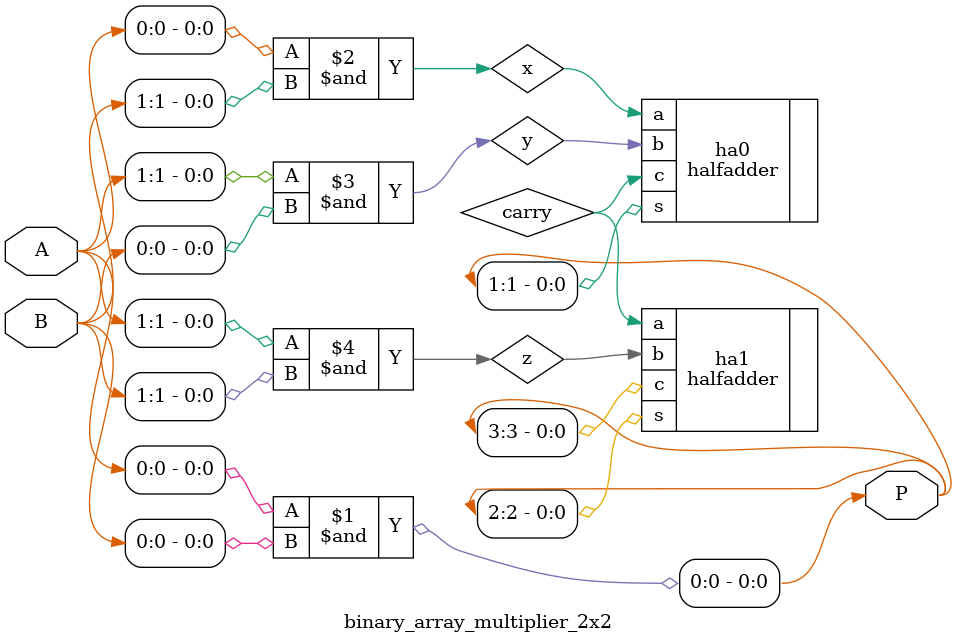
<source format=v>
module binary_array_multiplier_2x2(
input [1:0] A,
input [1:0] B,
output [3:0] P
);
    wire x,y,z,carry;
    
    and g1(P[0],A[0],B[0]);
    and g2(x,A[0],B[1]);
    and g3(y,A[1],B[0]);
    and g4(z,A[1],B[1]);
    
    halfadder ha0(
    .a(x),
    .b(y),
    .s(P[1]),
    .c(carry)
    );
    
    halfadder ha1(
    .a(carry),
    .b(z),
    .s(P[2]),
    .c(P[3])
    );
    
endmodule
</source>
